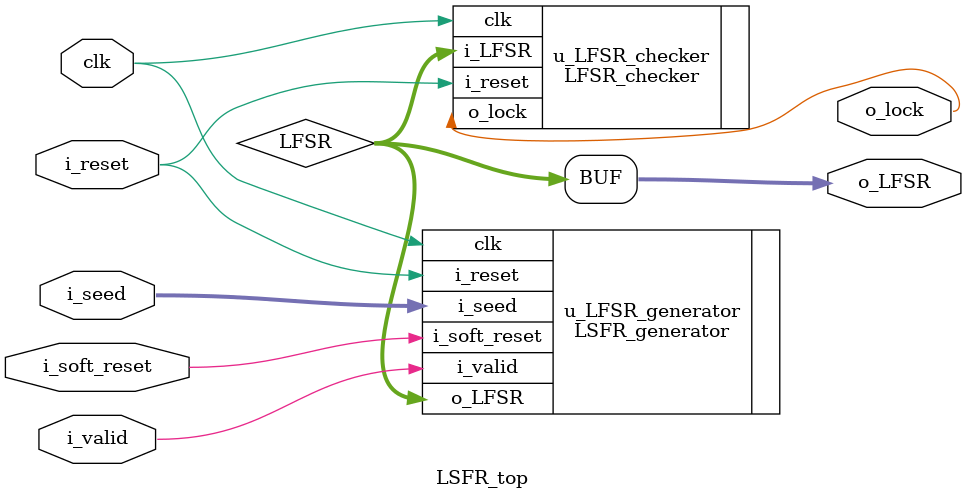
<source format=v>
`timescale 1ns / 1ps

    module LSFR_top
        #(
        parameter LFSR_WIDTH = 8                                                   
        )
        (
            output [LFSR_WIDTH - 1 : 0] o_LFSR                                         ,
            output                      o_lock                                         ,
            input  [LFSR_WIDTH - 1 : 0] i_seed                                         ,
            input                       i_valid                                        ,
            input                       i_reset                                        ,
            input                       i_soft_reset                                   ,
            input                       clk                                            
        );

    wire [LFSR_WIDTH - 1 : 0]       LFSR                                           ;

    LSFR_generator
    #(
        .LFSR_WIDTH     (LFSR_WIDTH     )                                                  
    )
    u_LFSR_generator
    (
        .i_seed         (i_seed         )                                           ,
        .o_LFSR         (LFSR           )                                           ,
        .i_valid        (i_valid        )                                           ,
        .i_reset        (i_reset        )                                           ,
        .i_soft_reset   (i_soft_reset   )                                           ,
        .clk            (clk            )                                  
    );

    LFSR_checker
    #(
        .LFSR_WIDTH     (LFSR_WIDTH     )
    ) 
    u_LFSR_checker  
    (   
        .o_lock         (o_lock         )                                           ,
        .i_LFSR         (LFSR           )                                           ,
        .i_reset        (i_reset        )                                           ,
        .clk            (clk            )                        
    );  

    assign o_LFSR = LFSR;

endmodule
</source>
